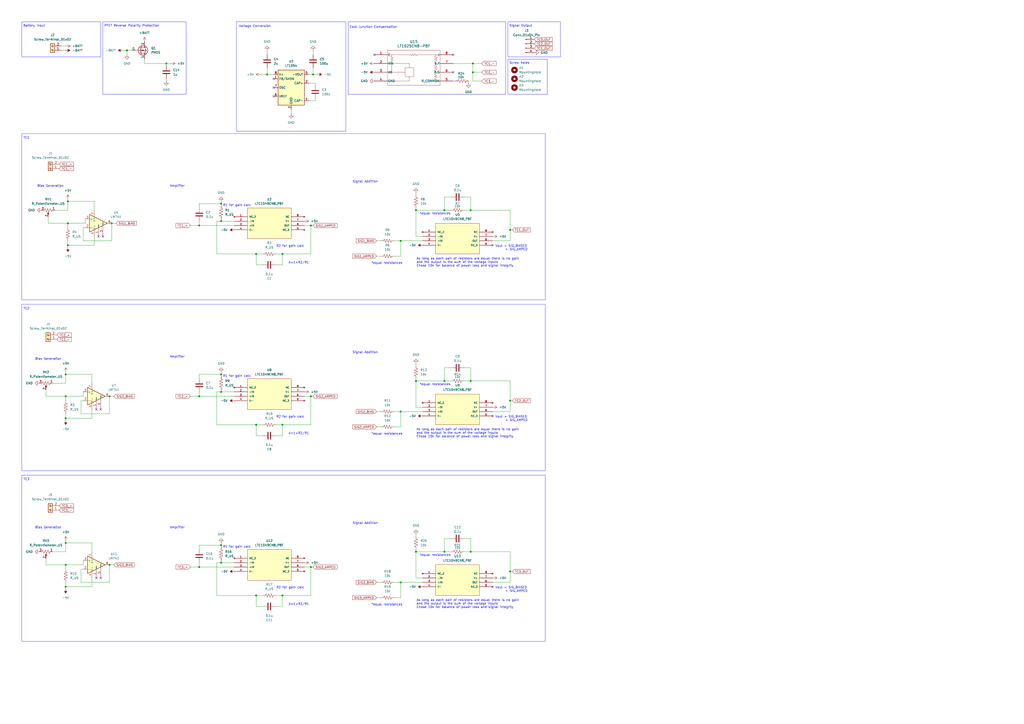
<source format=kicad_sch>
(kicad_sch (version 20231120) (generator "eeschema") (generator_version "8.0")
  (paper "A2")
  (junction (at 274.32 41.91))
  (junction (at 180.34 229.87))
  (junction (at 274.32 36.83))
  (junction (at 273.05 121.92))
  (junction (at 241.3 121.92))
  (junction (at 39.37 116.84))
  (junction (at 232.41 337.82))
  (junction (at 39.37 142.24))
  (junction (at 180.34 130.81))
  (junction (at 273.05 320.04))
  (junction (at 295.91 331.47))
  (junction (at 39.37 129.54))
  (junction (at 257.81 320.04))
  (junction (at 163.83 246.38))
  (junction (at 128.27 217.17))
  (junction (at 38.1 340.36))
  (junction (at 38.1 314.96))
  (junction (at 63.5 327.66))
  (junction (at 241.3 320.04))
  (junction (at 128.27 326.39))
  (junction (at 128.27 118.11))
  (junction (at 115.57 328.93))
  (junction (at 128.27 316.23))
  (junction (at 181.61 43.18))
  (junction (at 148.59 345.44))
  (junction (at 38.1 242.57))
  (junction (at 295.91 133.35))
  (junction (at 73.66 29.21))
  (junction (at 115.57 130.81))
  (junction (at 148.59 147.32))
  (junction (at 38.1 217.17))
  (junction (at 128.27 227.33))
  (junction (at 38.1 327.66))
  (junction (at 96.52 36.83))
  (junction (at 148.59 246.38))
  (junction (at 241.3 220.98))
  (junction (at 115.57 229.87))
  (junction (at 163.83 147.32))
  (junction (at 232.41 238.76))
  (junction (at 154.94 43.18))
  (junction (at 63.5 229.87))
  (junction (at 128.27 128.27))
  (junction (at 295.91 232.41))
  (junction (at 180.34 328.93))
  (junction (at 257.81 220.98))
  (junction (at 232.41 139.7))
  (junction (at 273.05 220.98))
  (junction (at 64.77 129.54))
  (junction (at 257.81 121.92))
  (junction (at 163.83 345.44))
  (junction (at 38.1 229.87))
  (no_connect (at 59.69 137.16))
  (no_connect (at 55.88 237.49))
  (no_connect (at 262.89 31.75))
  (no_connect (at 58.42 237.49))
  (no_connect (at 262.89 41.91))
  (no_connect (at 55.88 335.28))
  (no_connect (at 57.15 137.16))
  (no_connect (at 158.75 55.88))
  (no_connect (at 158.75 50.8))
  (no_connect (at 158.75 45.72))
  (no_connect (at 58.42 335.28))
  (no_connect (at 217.17 31.75))
  (wire (pts (xy 115.57 318.77) (xy 115.57 316.23)))
  (wire (pts (xy 39.37 115.57) (xy 39.37 116.84)))
  (wire (pts (xy 154.94 43.18) (xy 158.75 43.18)))
  (wire (pts (xy 269.24 213.36) (xy 273.05 213.36)))
  (wire (pts (xy 46.99 337.82) (xy 46.99 330.2)))
  (wire (pts (xy 257.81 220.98) (xy 241.3 220.98)))
  (wire (pts (xy 274.32 36.83) (xy 262.89 36.83)))
  (wire (pts (xy 26.67 226.06) (xy 26.67 229.87)))
  (wire (pts (xy 38.1 240.03) (xy 38.1 242.57)))
  (wire (pts (xy 297.18 232.41) (xy 295.91 232.41)))
  (wire (pts (xy 295.91 139.7) (xy 295.91 133.35)))
  (wire (pts (xy 83.82 34.29) (xy 83.82 36.83)))
  (wire (pts (xy 53.34 217.17) (xy 53.34 222.25)))
  (wire (pts (xy 241.3 318.77) (xy 241.3 320.04)))
  (wire (pts (xy 180.34 229.87) (xy 180.34 246.38)))
  (wire (pts (xy 273.05 312.42) (xy 273.05 320.04)))
  (wire (pts (xy 297.18 331.47) (xy 295.91 331.47)))
  (wire (pts (xy 110.49 328.93) (xy 115.57 328.93)))
  (wire (pts (xy 115.57 120.65) (xy 115.57 118.11)))
  (wire (pts (xy 184.15 43.18) (xy 181.61 43.18)))
  (wire (pts (xy 148.59 351.79) (xy 148.59 345.44)))
  (wire (pts (xy 125.73 147.32) (xy 125.73 128.27)))
  (wire (pts (xy 63.5 327.66) (xy 66.04 327.66)))
  (wire (pts (xy 128.27 226.06) (xy 128.27 227.33)))
  (wire (pts (xy 96.52 36.83) (xy 99.06 36.83)))
  (wire (pts (xy 38.1 314.96) (xy 53.34 314.96)))
  (wire (pts (xy 128.27 316.23) (xy 128.27 317.5)))
  (wire (pts (xy 38.1 217.17) (xy 53.34 217.17)))
  (wire (pts (xy 218.44 238.76) (xy 220.98 238.76)))
  (wire (pts (xy 163.83 345.44) (xy 160.02 345.44)))
  (wire (pts (xy 53.34 242.57) (xy 53.34 237.49)))
  (wire (pts (xy 151.13 43.18) (xy 154.94 43.18)))
  (wire (pts (xy 241.3 236.22) (xy 245.11 236.22)))
  (wire (pts (xy 261.62 213.36) (xy 257.81 213.36)))
  (wire (pts (xy 182.88 58.42) (xy 179.07 58.42)))
  (wire (pts (xy 180.34 229.87) (xy 181.61 229.87)))
  (wire (pts (xy 176.53 328.93) (xy 180.34 328.93)))
  (wire (pts (xy 115.57 118.11) (xy 128.27 118.11)))
  (wire (pts (xy 163.83 246.38) (xy 180.34 246.38)))
  (wire (pts (xy 295.91 337.82) (xy 295.91 331.47)))
  (wire (pts (xy 110.49 130.81) (xy 115.57 130.81)))
  (wire (pts (xy 110.49 229.87) (xy 115.57 229.87)))
  (wire (pts (xy 182.88 57.15) (xy 182.88 58.42)))
  (wire (pts (xy 160.02 153.67) (xy 163.83 153.67)))
  (wire (pts (xy 128.27 116.84) (xy 128.27 118.11)))
  (wire (pts (xy 180.34 328.93) (xy 180.34 345.44)))
  (wire (pts (xy 125.73 326.39) (xy 128.27 326.39)))
  (wire (pts (xy 262.89 46.99) (xy 264.16 46.99)))
  (wire (pts (xy 218.44 148.59) (xy 220.98 148.59)))
  (wire (pts (xy 152.4 345.44) (xy 148.59 345.44)))
  (wire (pts (xy 48.26 132.08) (xy 49.53 132.08)))
  (wire (pts (xy 273.05 320.04) (xy 269.24 320.04)))
  (wire (pts (xy 261.62 320.04) (xy 257.81 320.04)))
  (wire (pts (xy 64.77 139.7) (xy 48.26 139.7)))
  (wire (pts (xy 115.57 326.39) (xy 115.57 328.93)))
  (wire (pts (xy 125.73 128.27) (xy 128.27 128.27)))
  (wire (pts (xy 273.05 114.3) (xy 273.05 121.92)))
  (wire (pts (xy 71.12 29.21) (xy 73.66 29.21)))
  (wire (pts (xy 115.57 128.27) (xy 115.57 130.81)))
  (wire (pts (xy 26.67 327.66) (xy 38.1 327.66)))
  (wire (pts (xy 261.62 220.98) (xy 257.81 220.98)))
  (wire (pts (xy 152.4 252.73) (xy 148.59 252.73)))
  (wire (pts (xy 257.81 114.3) (xy 257.81 121.92)))
  (wire (pts (xy 115.57 217.17) (xy 128.27 217.17)))
  (wire (pts (xy 182.88 48.26) (xy 182.88 49.53)))
  (wire (pts (xy 63.5 229.87) (xy 63.5 240.03)))
  (wire (pts (xy 128.27 127) (xy 128.27 128.27)))
  (wire (pts (xy 115.57 219.71) (xy 115.57 217.17)))
  (wire (pts (xy 163.83 147.32) (xy 180.34 147.32)))
  (wire (pts (xy 261.62 121.92) (xy 257.81 121.92)))
  (wire (pts (xy 279.4 46.99) (xy 274.32 46.99)))
  (wire (pts (xy 232.41 346.71) (xy 228.6 346.71)))
  (wire (pts (xy 180.34 130.81) (xy 181.61 130.81)))
  (wire (pts (xy 241.3 111.76) (xy 241.3 113.03)))
  (wire (pts (xy 285.75 139.7) (xy 295.91 139.7)))
  (wire (pts (xy 295.91 232.41) (xy 295.91 220.98)))
  (wire (pts (xy 176.53 229.87) (xy 180.34 229.87)))
  (wire (pts (xy 148.59 246.38) (xy 125.73 246.38)))
  (wire (pts (xy 115.57 229.87) (xy 135.89 229.87)))
  (wire (pts (xy 63.5 229.87) (xy 66.04 229.87)))
  (wire (pts (xy 241.3 121.92) (xy 241.3 137.16)))
  (wire (pts (xy 241.3 219.71) (xy 241.3 220.98)))
  (wire (pts (xy 154.94 29.21) (xy 154.94 31.75)))
  (wire (pts (xy 232.41 139.7) (xy 232.41 148.59)))
  (wire (pts (xy 26.67 323.85) (xy 26.67 327.66)))
  (wire (pts (xy 218.44 139.7) (xy 220.98 139.7)))
  (wire (pts (xy 125.73 227.33) (xy 128.27 227.33)))
  (wire (pts (xy 27.94 129.54) (xy 39.37 129.54)))
  (wire (pts (xy 128.27 217.17) (xy 128.27 218.44)))
  (wire (pts (xy 241.3 210.82) (xy 241.3 212.09)))
  (wire (pts (xy 48.26 325.12) (xy 48.26 327.66)))
  (wire (pts (xy 73.66 29.21) (xy 73.66 31.75)))
  (wire (pts (xy 115.57 130.81) (xy 135.89 130.81)))
  (wire (pts (xy 269.24 312.42) (xy 273.05 312.42)))
  (wire (pts (xy 232.41 139.7) (xy 245.11 139.7)))
  (wire (pts (xy 115.57 328.93) (xy 135.89 328.93)))
  (wire (pts (xy 257.81 312.42) (xy 257.81 320.04)))
  (wire (pts (xy 46.99 232.41) (xy 48.26 232.41)))
  (wire (pts (xy 232.41 247.65) (xy 228.6 247.65)))
  (wire (pts (xy 128.27 325.12) (xy 128.27 326.39)))
  (wire (pts (xy 38.1 242.57) (xy 38.1 243.84)))
  (wire (pts (xy 176.53 130.81) (xy 180.34 130.81)))
  (wire (pts (xy 83.82 36.83) (xy 96.52 36.83)))
  (wire (pts (xy 152.4 246.38) (xy 148.59 246.38)))
  (wire (pts (xy 39.37 116.84) (xy 54.61 116.84)))
  (wire (pts (xy 295.91 220.98) (xy 273.05 220.98)))
  (wire (pts (xy 39.37 129.54) (xy 39.37 132.08)))
  (wire (pts (xy 228.6 238.76) (xy 232.41 238.76)))
  (wire (pts (xy 148.59 153.67) (xy 148.59 147.32)))
  (wire (pts (xy 163.83 246.38) (xy 160.02 246.38)))
  (wire (pts (xy 163.83 351.79) (xy 163.83 345.44)))
  (wire (pts (xy 63.5 337.82) (xy 46.99 337.82)))
  (wire (pts (xy 39.37 142.24) (xy 39.37 143.51)))
  (wire (pts (xy 148.59 147.32) (xy 125.73 147.32)))
  (wire (pts (xy 257.81 320.04) (xy 241.3 320.04)))
  (wire (pts (xy 38.1 340.36) (xy 38.1 341.63)))
  (wire (pts (xy 46.99 240.03) (xy 46.99 232.41)))
  (wire (pts (xy 271.78 46.99) (xy 271.78 48.26)))
  (wire (pts (xy 257.81 121.92) (xy 241.3 121.92)))
  (wire (pts (xy 35.56 29.21) (xy 38.1 29.21)))
  (wire (pts (xy 53.34 340.36) (xy 53.34 335.28)))
  (wire (pts (xy 96.52 36.83) (xy 96.52 38.1)))
  (wire (pts (xy 39.37 129.54) (xy 49.53 129.54)))
  (wire (pts (xy 38.1 222.25) (xy 38.1 217.17)))
  (wire (pts (xy 285.75 337.82) (xy 295.91 337.82)))
  (wire (pts (xy 241.3 120.65) (xy 241.3 121.92)))
  (wire (pts (xy 228.6 337.82) (xy 232.41 337.82)))
  (wire (pts (xy 115.57 316.23) (xy 128.27 316.23)))
  (wire (pts (xy 297.18 133.35) (xy 295.91 133.35)))
  (wire (pts (xy 128.27 215.9) (xy 128.27 217.17)))
  (wire (pts (xy 279.4 36.83) (xy 274.32 36.83)))
  (wire (pts (xy 163.83 252.73) (xy 163.83 246.38)))
  (wire (pts (xy 38.1 242.57) (xy 53.34 242.57)))
  (wire (pts (xy 27.94 125.73) (xy 27.94 129.54)))
  (wire (pts (xy 128.27 326.39) (xy 135.89 326.39)))
  (wire (pts (xy 261.62 114.3) (xy 257.81 114.3)))
  (wire (pts (xy 218.44 247.65) (xy 220.98 247.65)))
  (wire (pts (xy 295.91 320.04) (xy 273.05 320.04)))
  (wire (pts (xy 125.73 345.44) (xy 125.73 326.39)))
  (wire (pts (xy 115.57 227.33) (xy 115.57 229.87)))
  (wire (pts (xy 181.61 39.37) (xy 181.61 43.18)))
  (wire (pts (xy 148.59 252.73) (xy 148.59 246.38)))
  (wire (pts (xy 96.52 45.72) (xy 96.52 46.99)))
  (wire (pts (xy 152.4 351.79) (xy 148.59 351.79)))
  (wire (pts (xy 160.02 351.79) (xy 163.83 351.79)))
  (wire (pts (xy 163.83 345.44) (xy 180.34 345.44)))
  (wire (pts (xy 232.41 337.82) (xy 232.41 346.71)))
  (wire (pts (xy 232.41 337.82) (xy 245.11 337.82)))
  (wire (pts (xy 39.37 142.24) (xy 54.61 142.24)))
  (wire (pts (xy 179.07 48.26) (xy 182.88 48.26)))
  (wire (pts (xy 152.4 147.32) (xy 148.59 147.32)))
  (wire (pts (xy 180.34 130.81) (xy 180.34 147.32)))
  (wire (pts (xy 295.91 238.76) (xy 295.91 232.41)))
  (wire (pts (xy 35.56 26.67) (xy 38.1 26.67)))
  (wire (pts (xy 128.27 314.96) (xy 128.27 316.23)))
  (wire (pts (xy 38.1 337.82) (xy 38.1 340.36)))
  (wire (pts (xy 181.61 29.21) (xy 181.61 31.75)))
  (wire (pts (xy 228.6 139.7) (xy 232.41 139.7)))
  (wire (pts (xy 257.81 213.36) (xy 257.81 220.98)))
  (wire (pts (xy 63.5 327.66) (xy 63.5 337.82)))
  (wire (pts (xy 168.91 63.5) (xy 168.91 66.04)))
  (wire (pts (xy 38.1 327.66) (xy 38.1 330.2)))
  (wire (pts (xy 285.75 238.76) (xy 295.91 238.76)))
  (wire (pts (xy 48.26 139.7) (xy 48.26 132.08)))
  (wire (pts (xy 148.59 345.44) (xy 125.73 345.44)))
  (wire (pts (xy 163.83 153.67) (xy 163.83 147.32)))
  (wire (pts (xy 128.27 227.33) (xy 135.89 227.33)))
  (wire (pts (xy 38.1 327.66) (xy 48.26 327.66)))
  (wire (pts (xy 241.3 137.16) (xy 245.11 137.16)))
  (wire (pts (xy 64.77 129.54) (xy 67.31 129.54)))
  (wire (pts (xy 218.44 337.82) (xy 220.98 337.82)))
  (wire (pts (xy 53.34 314.96) (xy 53.34 320.04)))
  (wire (pts (xy 54.61 142.24) (xy 54.61 137.16)))
  (wire (pts (xy 38.1 215.9) (xy 38.1 217.17)))
  (wire (pts (xy 31.75 121.92) (xy 39.37 121.92)))
  (wire (pts (xy 154.94 39.37) (xy 154.94 43.18)))
  (wire (pts (xy 38.1 313.69) (xy 38.1 314.96)))
  (wire (pts (xy 163.83 147.32) (xy 160.02 147.32)))
  (wire (pts (xy 241.3 335.28) (xy 245.11 335.28)))
  (wire (pts (xy 269.24 114.3) (xy 273.05 114.3)))
  (wire (pts (xy 38.1 340.36) (xy 53.34 340.36)))
  (wire (pts (xy 273.05 121.92) (xy 269.24 121.92)))
  (wire (pts (xy 38.1 229.87) (xy 38.1 232.41)))
  (wire (pts (xy 160.02 252.73) (xy 163.83 252.73)))
  (wire (pts (xy 241.3 220.98) (xy 241.3 236.22)))
  (wire (pts (xy 295.91 121.92) (xy 273.05 121.92)))
  (wire (pts (xy 54.61 116.84) (xy 54.61 121.92)))
  (wire (pts (xy 274.32 41.91) (xy 279.4 41.91)))
  (wire (pts (xy 241.3 309.88) (xy 241.3 311.15)))
  (wire (pts (xy 39.37 139.7) (xy 39.37 142.24)))
  (wire (pts (xy 46.99 330.2) (xy 48.26 330.2)))
  (wire (pts (xy 232.41 238.76) (xy 245.11 238.76)))
  (wire (pts (xy 125.73 246.38) (xy 125.73 227.33)))
  (wire (pts (xy 274.32 36.83) (xy 274.32 41.91)))
  (wire (pts (xy 49.53 127) (xy 49.53 129.54)))
  (wire (pts (xy 128.27 118.11) (xy 128.27 119.38)))
  (wire (pts (xy 274.32 46.99) (xy 274.32 41.91)))
  (wire (pts (xy 128.27 128.27) (xy 135.89 128.27)))
  (wire (pts (xy 63.5 240.03) (xy 46.99 240.03)))
  (wire (pts (xy 39.37 121.92) (xy 39.37 116.84)))
  (wire (pts (xy 295.91 331.47) (xy 295.91 320.04)))
  (wire (pts (xy 180.34 328.93) (xy 181.61 328.93)))
  (wire (pts (xy 30.48 222.25) (xy 38.1 222.25)))
  (wire (pts (xy 232.41 148.59) (xy 228.6 148.59)))
  (wire (pts (xy 30.48 320.04) (xy 38.1 320.04)))
  (wire (pts (xy 295.91 133.35) (xy 295.91 121.92)))
  (wire (pts (xy 218.44 346.71) (xy 220.98 346.71)))
  (wire (pts (xy 48.26 227.33) (xy 48.26 229.87)))
  (wire (pts (xy 181.61 43.18) (xy 179.07 43.18)))
  (wire (pts (xy 261.62 312.42) (xy 257.81 312.42)))
  (wire (pts (xy 73.66 29.21) (xy 76.2 29.21)))
  (wire (pts (xy 64.77 129.54) (xy 64.77 139.7)))
  (wire (pts (xy 26.67 229.87) (xy 38.1 229.87)))
  (wire (pts (xy 232.41 238.76) (xy 232.41 247.65)))
  (wire (pts (xy 273.05 220.98) (xy 269.24 220.98)))
  (wire (pts (xy 38.1 320.04) (xy 38.1 314.96)))
  (wire (pts (xy 273.05 213.36) (xy 273.05 220.98)))
  (wire (pts (xy 152.4 153.67) (xy 148.59 153.67)))
  (wire (pts (xy 241.3 320.04) (xy 241.3 335.28)))
  (wire (pts (xy 38.1 229.87) (xy 48.26 229.87)))
  (rectangle (start 201.93 12.7) (end 293.37 54.61) (stroke (width 0) (color 0 0 255 1)))
  (rectangle (start 12.7 12.7) (end 58.42 33.02) (stroke (width 0) (color 0 0 255 1)))
  (rectangle (start 294.64 12.7) (end 325.12 33.02) (stroke (width 0) (color 0 0 255 1)))
  (rectangle (start 12.7 275.59) (end 316.23 372.11) (stroke (width 0) (color 0 0 255 1)))
  (rectangle (start 294.64 34.29) (end 317.5 54.61) (stroke (width 0) (color 0 0 255 1)))
  (rectangle (start 59.69 12.7) (end 107.95 54.61) (stroke (width 0) (color 0 0 255 1)))
  (rectangle (start 137.16 12.7) (end 200.66 76.2) (stroke (width 0) (color 0 0 255 1)))
  (rectangle (start 12.7 77.47) (end 316.23 173.99) (stroke (width 0) (color 0 0 255 1)))
  (rectangle (start 12.7 176.53) (end 316.23 273.05) (stroke (width 0) (color 0 0 255 1)))
  (text "A=1+R2/R1" (at 167.386 350.52 0) (effects (font (size 1.27 1.27)) (justify left)))
  (text "R1 for gain calc" (at 129.286 317.246 0) (effects (font (size 1.27 1.27)) (justify left)))
  (text "*equal resistances" (at 243.332 123.952 0) (effects (font (size 1.27 1.27)) (justify left)))
  (text "*equal resistances" (at 215.392 152.654 0) (effects (font (size 1.27 1.27)) (justify left)))
  (text "*equal resistances" (at 215.392 251.714 0) (effects (font (size 1.27 1.27)) (justify left)))
  (text "A=1+R2/R1" (at 167.386 251.46 0) (effects (font (size 1.27 1.27)) (justify left)))
  (text "As long as each pair of resistors are equal there is no gain \nand the output is the sum of the voltage inputs\nChose 10k for balance of power loss and signal integrity" (at 241.554 350.266 0) (effects (font (size 1.27 1.27)) (justify left)))
  (text "Vout = SIG_BIASED \n      + SIG_AMPED" (at 287.274 242.824 0) (effects (font (size 1.27 1.27)) (justify left)))
  (text "*equal resistances" (at 243.332 223.012 0) (effects (font (size 1.27 1.27)) (justify left)))
  (text "Voltage Conversion" (at 147.828 15.24 0) (effects (font (size 1.27 1.27))))
  (text "A=1+R2/R1" (at 167.386 152.4 0) (effects (font (size 1.27 1.27)) (justify left)))
  (text "R2 for gain calc" (at 160.274 340.868 0) (effects (font (size 1.27 1.27)) (justify left)))
  (text "Bias Generation" (at 20.32 306.07 0) (effects (font (size 1.27 1.27)) (justify left)))
  (text "Vout = SIG_BIASED \n      + SIG_AMPED" (at 287.274 341.884 0) (effects (font (size 1.27 1.27)) (justify left)))
  (text "As long as each pair of resistors are equal there is no gain \nand the output is the sum of the voltage inputs\nChose 10k for balance of power loss and signal integrity" (at 241.554 152.146 0) (effects (font (size 1.27 1.27)) (justify left)))
  (text "Vout = SIG_BIASED \n      + SIG_AMPED" (at 287.274 143.764 0) (effects (font (size 1.27 1.27)) (justify left)))
  (text "Battery Input" (at 13.462 14.986 0) (effects (font (size 1.27 1.27)) (justify left)))
  (text "Signal Output" (at 295.402 14.986 0) (effects (font (size 1.27 1.27)) (justify left)))
  (text "Cold Junction Compensation" (at 202.692 15.748 0) (effects (font (size 1.27 1.27)) (justify left)))
  (text "Bias Generation" (at 20.32 208.28 0) (effects (font (size 1.27 1.27)) (justify left)))
  (text "*equal resistances" (at 215.392 350.774 0) (effects (font (size 1.27 1.27)) (justify left)))
  (text "PFET Reverse Polarity Protection" (at 60.452 14.986 0) (effects (font (size 1.27 1.27)) (justify left)))
  (text "TC3" (at 13.462 278.13 0) (effects (font (size 1.27 1.27)) (justify left)))
  (text "Amplifier" (at 98.552 107.95 0) (effects (font (size 1.27 1.27)) (justify left)))
  (text "TC1" (at 13.462 80.01 0) (effects (font (size 1.27 1.27)) (justify left)))
  (text "Screw holes" (at 295.402 36.576 0) (effects (font (size 1.27 1.27)) (justify left)))
  (text "As long as each pair of resistors are equal there is no gain \nand the output is the sum of the voltage inputs\nChose 10k for balance of power loss and signal integrity" (at 241.554 251.206 0) (effects (font (size 1.27 1.27)) (justify left)))
  (text "Signal Addition" (at 204.47 204.47 0) (effects (font (size 1.27 1.27)) (justify left)))
  (text "Bias Generation" (at 21.59 107.95 0) (effects (font (size 1.27 1.27)) (justify left)))
  (text "Amplifier" (at 98.552 306.07 0) (effects (font (size 1.27 1.27)) (justify left)))
  (text "*equal resistances" (at 243.332 322.072 0) (effects (font (size 1.27 1.27)) (justify left)))
  (text "Amplifier" (at 98.552 207.01 0) (effects (font (size 1.27 1.27)) (justify left)))
  (text "R1 for gain calc" (at 129.286 119.126 0) (effects (font (size 1.27 1.27)) (justify left)))
  (text "TC2" (at 13.462 179.07 0) (effects (font (size 1.27 1.27)) (justify left)))
  (text "R2 for gain calc" (at 160.274 142.748 0) (effects (font (size 1.27 1.27)) (justify left)))
  (text "R2 for gain calc" (at 160.274 241.808 0) (effects (font (size 1.27 1.27)) (justify left)))
  (text "R1 for gain calc" (at 129.286 218.186 0) (effects (font (size 1.27 1.27)) (justify left)))
  (text "Signal Addition" (at 204.47 105.41 0) (effects (font (size 1.27 1.27)) (justify left)))
  (text "Signal Addition" (at 204.47 303.53 0) (effects (font (size 1.27 1.27)) (justify left)))
  (global_label "SIG2_AMPED" (shape input) (at 181.61 229.87 0) (property "Intersheetrefs" "${INTERSHEET_REFS}" (effects (hide yes))))
  (global_label "TC3_+" (shape input) (at 110.49 328.93 180) (property "Intersheetrefs" "${INTERSHEET_REFS}" (effects (hide yes))))
  (global_label "SIG3_AMPED" (shape input) (at 218.44 346.71 180) (property "Intersheetrefs" "${INTERSHEET_REFS}" (effects (hide yes))))
  (global_label "TC2_-" (shape input) (at 279.4 41.91 0) (property "Intersheetrefs" "${INTERSHEET_REFS}" (effects (hide yes))))
  (global_label "SIG3_AMPED" (shape input) (at 181.61 328.93 0) (property "Intersheetrefs" "${INTERSHEET_REFS}" (effects (hide yes))))
  (global_label "TC1_-" (shape input) (at 279.4 36.83 0) (property "Intersheetrefs" "${INTERSHEET_REFS}" (effects (hide yes))))
  (global_label "SIG3_BIAS" (shape input) (at 66.04 327.66 0) (property "Intersheetrefs" "${INTERSHEET_REFS}" (effects (hide yes))))
  (global_label "SIG2_AMPED" (shape input) (at 218.44 247.65 180) (property "Intersheetrefs" "${INTERSHEET_REFS}" (effects (hide yes))))
  (global_label "TC2_+" (shape input) (at 33.02 194.31 0) (property "Intersheetrefs" "${INTERSHEET_REFS}" (effects (hide yes))))
  (global_label "TC3_+" (shape input) (at 34.29 293.37 0) (property "Intersheetrefs" "${INTERSHEET_REFS}" (effects (hide yes))))
  (global_label "TC1_-" (shape input) (at 34.29 97.79 0) (property "Intersheetrefs" "${INTERSHEET_REFS}" (effects (hide yes))))
  (global_label "TC2_-" (shape input) (at 33.02 196.85 0) (property "Intersheetrefs" "${INTERSHEET_REFS}" (effects (hide yes))))
  (global_label "TC1_+" (shape input) (at 110.49 130.81 180) (property "Intersheetrefs" "${INTERSHEET_REFS}" (effects (hide yes))))
  (global_label "SIG1_AMPED" (shape input) (at 181.61 130.81 0) (property "Intersheetrefs" "${INTERSHEET_REFS}" (effects (hide yes))))
  (global_label "SIG1_BIAS" (shape input) (at 218.44 139.7 180) (property "Intersheetrefs" "${INTERSHEET_REFS}" (effects (hide yes))))
  (global_label "SIG1_AMPED" (shape input) (at 218.44 148.59 180) (property "Intersheetrefs" "${INTERSHEET_REFS}" (effects (hide yes))))
  (global_label "TC1_OUT" (shape input) (at 309.88 27.94 0) (property "Intersheetrefs" "${INTERSHEET_REFS}" (effects (hide yes))))
  (global_label "TC2_+" (shape input) (at 110.49 229.87 180) (property "Intersheetrefs" "${INTERSHEET_REFS}" (effects (hide yes))))
  (global_label "SIG1_BIAS" (shape input) (at 67.31 129.54 0) (property "Intersheetrefs" "${INTERSHEET_REFS}" (effects (hide yes))))
  (global_label "SIG3_BIAS" (shape input) (at 218.44 337.82 180) (property "Intersheetrefs" "${INTERSHEET_REFS}" (effects (hide yes))))
  (global_label "TC2_OUT" (shape input) (at 297.18 232.41 0) (property "Intersheetrefs" "${INTERSHEET_REFS}" (effects (hide yes))))
  (global_label "SIG2_BIAS" (shape input) (at 66.04 229.87 0) (property "Intersheetrefs" "${INTERSHEET_REFS}" (effects (hide yes))))
  (global_label "TC3_OUT" (shape input) (at 309.88 22.86 0) (property "Intersheetrefs" "${INTERSHEET_REFS}" (effects (hide yes))))
  (global_label "TC3_-" (shape input) (at 34.29 295.91 0) (property "Intersheetrefs" "${INTERSHEET_REFS}" (effects (hide yes))))
  (global_label "TC3_-" (shape input) (at 279.4 46.99 0) (property "Intersheetrefs" "${INTERSHEET_REFS}" (effects (hide yes))))
  (global_label "TC2_OUT" (shape input) (at 309.88 25.4 0) (property "Intersheetrefs" "${INTERSHEET_REFS}" (effects (hide yes))))
  (global_label "TC1_+" (shape input) (at 34.29 95.25 0) (property "Intersheetrefs" "${INTERSHEET_REFS}" (effects (hide yes))))
  (global_label "TC1_OUT" (shape input) (at 297.18 133.35 0) (property "Intersheetrefs" "${INTERSHEET_REFS}" (effects (hide yes))))
  (global_label "SIG2_BIAS" (shape input) (at 218.44 238.76 180) (property "Intersheetrefs" "${INTERSHEET_REFS}" (effects (hide yes))))
  (global_label "TC3_OUT" (shape input) (at 297.18 331.47 0) (property "Intersheetrefs" "${INTERSHEET_REFS}" (effects (hide yes))))
  (symbol (lib_id "power:GND") (at 128.27 116.84 180) (unit 1)
    (property "Reference" "#PWR09" (effects (hide yes)))
    (property "Value" "GND" (at 128.27 111.76 0))
    (property "Description" "Power symbol creates a global label with name \"GND\" , ground" (effects (hide yes)))
  )
  (symbol (lib_id "Device:R_US") (at 224.79 337.82 90) (unit 1)
    (property "Reference" "R18" (at 224.79 331.47 90))
    (property "Value" "10k" (at 224.79 334.01 90))
    (property "Footprint" "Resistor_THT:R_Axial_DIN0207_L6.3mm_D2.5mm_P10.16mm_Horizontal" (effects (hide yes)))
    (property "Description" "Resistor, US symbol" (effects (hide yes)))
  )
  (symbol (lib_id "Device:C") (at 181.61 35.56 0) (unit 1)
    (property "Reference" "C5" (at 185.42 34.2899 0) (effects (justify left)))
    (property "Value" "100u" (at 185.42 36.8299 0) (effects (justify left)))
    (property "Footprint" "Capacitor_THT:C_Radial_D5.0mm_H5.0mm_P2.00mm" (effects (hide yes)))
    (property "Description" "Unpolarized capacitor" (effects (hide yes)))
  )
  (symbol (lib_id "Device:C") (at 115.57 223.52 0) (unit 1)
    (property "Reference" "C7" (at 119.38 222.2499 0) (effects (justify left)))
    (property "Value" "0.1u" (at 119.38 224.7899 0) (effects (justify left)))
    (property "Footprint" "Capacitor_THT:C_Radial_D5.0mm_H5.0mm_P2.00mm" (effects (hide yes)))
    (property "Description" "Unpolarized capacitor" (effects (hide yes)))
  )
  (symbol (lib_id "power:-5V") (at 245.11 340.36 90) (unit 1)
    (property "Reference" "#PWR050" (effects (hide yes)))
    (property "Value" "-5V" (at 241.3 340.3599 90) (effects (justify left)))
    (property "Description" "Power symbol creates a global label with name \"-5V\"" (effects (hide yes)))
  )
  (symbol (lib_id "power:+5V") (at 285.75 335.28 270) (unit 1)
    (property "Reference" "#PWR051" (effects (hide yes)))
    (property "Value" "+5V" (at 289.56 335.2799 90) (effects (justify left)))
    (property "Description" "Power symbol creates a global label with name \"+5V\"" (effects (hide yes)))
  )
  (symbol (lib_id "Mechanical:MountingHole") (at 298.45 45.72 0) (unit 1) (exclude_from_sim yes) (in_bom no)
    (property "Reference" "H2" (at 300.99 44.4499 0) (effects (justify left)))
    (property "Value" "MountingHole" (at 300.99 46.9899 0) (effects (justify left)))
    (property "Footprint" "MountingHole:MountingHole_3.2mm_M3_DIN965" (effects (hide yes)))
    (property "Description" "Mounting Hole without connection" (effects (hide yes)))
  )
  (symbol (lib_id "Device:C") (at 96.52 41.91 0) (unit 1)
    (property "Reference" "C14" (at 100.33 40.6399 0) (effects (justify left)))
    (property "Value" "1u" (at 100.33 43.1799 0) (effects (justify left)))
    (property "Footprint" "Capacitor_THT:C_Radial_D5.0mm_H5.0mm_P2.00mm" (effects (hide yes)))
    (property "Description" "Unpolarized capacitor" (effects (hide yes)))
  )
  (symbol (lib_id "Connector:Screw_Terminal_01x02") (at 30.48 29.21 180) (unit 1)
    (property "Reference" "J2" (at 30.48 20.32 0))
    (property "Value" "Screw_Terminal_01x02" (at 30.48 22.86 0))
    (property "Footprint" "TerminalBlock:TerminalBlock_bornier-2_P5.08mm" (effects (hide yes)))
    (property "Description" "Generic screw terminal, single row, 01x02, script generated (kicad-library-utils/schlib/autogen/connector/)" (effects (hide yes)))
  )
  (symbol (lib_id "Simulation_SPICE:PMOS") (at 81.28 29.21 0) (unit 1)
    (property "Reference" "Q1" (at 87.63 27.9399 0) (effects (justify left)))
    (property "Value" "PMOS" (at 87.63 30.4799 0) (effects (justify left)))
    (property "Footprint" "Footprints:PFET_VERT" (effects (hide yes)))
    (property "Datasheet" "https://ngspice.sourceforge.io/docs/ngspice-html-manual/manual.xhtml#cha_MOSFETs" (effects (hide yes)))
    (property "Description" "P-MOSFET transistor, drain/source/gate" (effects (hide yes)))
    (property "Sim.Device" "PMOS" (effects (hide yes)))
    (property "Sim.Type" "VDMOS" (effects (hide yes)))
    (property "Sim.Pins" "1=D 2=G 3=S" (effects (hide yes)))
  )
  (symbol (lib_id "power:-5V") (at 38.1 243.84 180) (unit 1)
    (property "Reference" "#PWR031" (effects (hide yes)))
    (property "Value" "-5V" (at 38.1 248.92 0))
    (property "Description" "Power symbol creates a global label with name \"-5V\"" (effects (hide yes)))
  )
  (symbol (lib_id "Device:C") (at 156.21 153.67 90) (unit 1)
    (property "Reference" "C1" (at 156.21 161.544 90))
    (property "Value" "0.1u" (at 156.21 159.004 90))
    (property "Footprint" "Capacitor_THT:C_Radial_D5.0mm_H5.0mm_P2.00mm" (effects (hide yes)))
    (property "Description" "Unpolarized capacitor" (effects (hide yes)))
  )
  (symbol (lib_id "power:+5V") (at 38.1 215.9 0) (unit 1)
    (property "Reference" "#PWR030" (effects (hide yes)))
    (property "Value" "+5V" (at 38.1 210.82 0))
    (property "Description" "Power symbol creates a global label with name \"+5V\"" (effects (hide yes)))
  )
  (symbol (lib_id "Device:R_US") (at 128.27 123.19 0) (unit 1)
    (property "Reference" "R1" (at 130.556 121.92 0) (effects (justify left)))
    (property "Value" "R_US" (at 130.556 124.46 0) (effects (justify left)))
    (property "Footprint" "Resistor_THT:R_Axial_DIN0207_L6.3mm_D2.5mm_P10.16mm_Horizontal" (effects (hide yes)))
    (property "Description" "Resistor, US symbol" (effects (hide yes)))
  )
  (symbol (lib_id "Device:R_US") (at 241.3 215.9 180) (unit 1)
    (property "Reference" "R13" (at 243.84 214.6299 0) (effects (justify right)))
    (property "Value" "10k" (at 243.84 217.1699 0) (effects (justify right)))
    (property "Footprint" "Resistor_THT:R_Axial_DIN0207_L6.3mm_D2.5mm_P10.16mm_Horizontal" (effects (hide yes)))
    (property "Description" "Resistor, US symbol" (effects (hide yes)))
  )
  (symbol (lib_id "Device:R_US") (at 267.97 46.99 90) (unit 1)
    (property "Reference" "R24" (at 269.494 42.672 90) (effects (justify left)))
    (property "Value" "10k" (at 269.24 44.704 90) (effects (justify left)))
    (property "Footprint" "Resistor_THT:R_Axial_DIN0207_L6.3mm_D2.5mm_P10.16mm_Horizontal" (effects (hide yes)))
    (property "Description" "Resistor, US symbol" (effects (hide yes)))
  )
  (symbol (lib_id "power:-5V") (at 217.17 41.91 90) (unit 1)
    (property "Reference" "#PWR055" (effects (hide yes)))
    (property "Value" "-5V" (at 213.36 41.9099 90) (effects (justify left)))
    (property "Description" "Power symbol creates a global label with name \"-5V\"" (effects (hide yes)))
  )
  (symbol (lib_id "power:-5V") (at 245.11 241.3 90) (unit 1)
    (property "Reference" "#PWR037" (effects (hide yes)))
    (property "Value" "-5V" (at 241.3 241.2999 90) (effects (justify left)))
    (property "Description" "Power symbol creates a global label with name \"-5V\"" (effects (hide yes)))
  )
  (symbol (lib_id "power:GND") (at 154.94 29.21 180) (unit 1)
    (property "Reference" "#PWR013" (effects (hide yes)))
    (property "Value" "GND" (at 154.94 24.13 0))
    (property "Description" "Power symbol creates a global label with name \"GND\" , ground" (effects (hide yes)))
  )
  (symbol (lib_id "power:-BATT") (at 38.1 29.21 270) (unit 1)
    (property "Reference" "#PWR020" (effects (hide yes)))
    (property "Value" "-BATT" (at 41.91 29.2099 90) (effects (justify left)))
    (property "Description" "Power symbol creates a global label with name \"-BATT\"" (effects (hide yes)))
  )
  (symbol (lib_id "Device:C") (at 156.21 351.79 90) (unit 1)
    (property "Reference" "C11" (at 156.21 359.664 90))
    (property "Value" "0.1u" (at 156.21 357.124 90))
    (property "Footprint" "Capacitor_THT:C_Radial_D5.0mm_H5.0mm_P2.00mm" (effects (hide yes)))
    (property "Description" "Unpolarized capacitor" (effects (hide yes)))
  )
  (symbol (lib_id "Device:R_US") (at 224.79 247.65 90) (unit 1)
    (property "Reference" "R12" (at 224.79 241.3 90))
    (property "Value" "10k" (at 224.79 243.84 90))
    (property "Footprint" "Resistor_THT:R_Axial_DIN0207_L6.3mm_D2.5mm_P10.16mm_Horizontal" (effects (hide yes)))
    (property "Description" "Resistor, US symbol" (effects (hide yes)))
  )
  (symbol (lib_id "power:+5V") (at 285.75 236.22 270) (unit 1)
    (property "Reference" "#PWR038" (effects (hide yes)))
    (property "Value" "+5V" (at 289.56 236.2199 90) (effects (justify left)))
    (property "Description" "Power symbol creates a global label with name \"+5V\"" (effects (hide yes)))
  )
  (symbol (lib_id "power:GND") (at 96.52 46.99 0) (unit 1)
    (property "Reference" "#PWR02" (effects (hide yes)))
    (property "Value" "GND" (at 96.52 52.07 0))
    (property "Description" "Power symbol creates a global label with name \"GND\" , ground" (effects (hide yes)))
  )
  (symbol (lib_id "power:GND") (at 168.91 66.04 0) (unit 1)
    (property "Reference" "#PWR015" (effects (hide yes)))
    (property "Value" "GND" (at 168.91 71.12 0))
    (property "Description" "Power symbol creates a global label with name \"GND\" , ground" (effects (hide yes)))
  )
  (symbol (lib_id "Regulator_SwitchedCapacitor:LT1054") (at 168.91 50.8 0) (unit 1)
    (property "Reference" "U3" (at 168.91 35.56 0))
    (property "Value" "LT1054" (at 168.91 38.1 0))
    (property "Footprint" "Footprints:DIP794W45P254L959H508Q8" (effects (hide yes)))
    (property "Datasheet" "https://www.analog.com/media/en/technical-documentation/data-sheets/1054lfh.pdf" (effects (hide yes)))
    (property "Description" "Switched-Capacitor Voltage Converter with Regulator, output current 100mA, operating range 3.5V to 15V, low loss 1.1V at 100mA, DIP-8/SO-8" (effects (hide yes)))
  )
  (symbol (lib_id "power:GND") (at 73.66 31.75 0) (unit 1)
    (property "Reference" "#PWR023" (effects (hide yes)))
    (property "Value" "GND" (at 73.66 36.83 0))
    (property "Description" "Power symbol creates a global label with name \"GND\" , ground" (effects (hide yes)))
  )
  (symbol (lib_id "power:+5V") (at 285.75 137.16 270) (unit 1)
    (property "Reference" "#PWR017" (effects (hide yes)))
    (property "Value" "+5V" (at 289.56 137.1599 90) (effects (justify left)))
    (property "Description" "Power symbol creates a global label with name \"+5V\"" (effects (hide yes)))
  )
  (symbol (lib_id "power:GND") (at 217.17 46.99 270) (unit 1)
    (property "Reference" "#PWR056" (effects (hide yes)))
    (property "Value" "GND" (at 213.36 46.9899 90) (effects (justify right)))
    (property "Description" "Power symbol creates a global label with name \"GND\" , ground" (effects (hide yes)))
  )
  (symbol (lib_id "power:-5V") (at 135.89 133.35 90) (unit 1)
    (property "Reference" "#PWR07" (effects (hide yes)))
    (property "Value" "-5V" (at 132.08 133.3499 90) (effects (justify left)))
    (property "Description" "Power symbol creates a global label with name \"-5V\"" (effects (hide yes)))
  )
  (symbol (lib_id "power:-5V") (at 135.89 232.41 90) (unit 1)
    (property "Reference" "#PWR034" (effects (hide yes)))
    (property "Value" "-5V" (at 132.08 232.4099 90) (effects (justify left)))
    (property "Description" "Power symbol creates a global label with name \"-5V\"" (effects (hide yes)))
  )
  (symbol (lib_id "power:+BATT") (at 38.1 26.67 270) (unit 1)
    (property "Reference" "#PWR019" (effects (hide yes)))
    (property "Value" "+BATT" (at 41.91 26.6699 90) (effects (justify left)))
    (property "Description" "Power symbol creates a global label with name \"+BATT\"" (effects (hide yes)))
  )
  (symbol (lib_id "power:GND") (at 271.78 48.26 0) (unit 1)
    (property "Reference" "#PWR01" (effects (hide yes)))
    (property "Value" "GND" (at 271.78 53.34 0))
    (property "Description" "Power symbol creates a global label with name \"GND\" , ground" (effects (hide yes)))
  )
  (symbol (lib_id "power:-5V") (at 135.89 331.47 90) (unit 1)
    (property "Reference" "#PWR047" (effects (hide yes)))
    (property "Value" "-5V" (at 132.08 331.4699 90) (effects (justify left)))
    (property "Description" "Power symbol creates a global label with name \"-5V\"" (effects (hide yes)))
  )
  (symbol (lib_id "Connector:Screw_Terminal_01x02") (at 27.94 196.85 180) (unit 1)
    (property "Reference" "J4" (at 27.94 187.96 0))
    (property "Value" "Screw_Terminal_01x02" (at 27.94 190.5 0))
    (property "Footprint" "Footprints:TC_SOCKET" (effects (hide yes)))
    (property "Description" "Generic screw terminal, single row, 01x02, script generated (kicad-library-utils/schlib/autogen/connector/)" (effects (hide yes)))
  )
  (symbol (lib_id "Device:R_US") (at 224.79 346.71 90) (unit 1)
    (property "Reference" "R19" (at 224.79 340.36 90))
    (property "Value" "10k" (at 224.79 342.9 90))
    (property "Footprint" "Resistor_THT:R_Axial_DIN0207_L6.3mm_D2.5mm_P10.16mm_Horizontal" (effects (hide yes)))
    (property "Description" "Resistor, US symbol" (effects (hide yes)))
  )
  (symbol (lib_id "Device:R_US") (at 128.27 222.25 0) (unit 1)
    (property "Reference" "R9" (at 130.556 220.98 0) (effects (justify left)))
    (property "Value" "R_US" (at 130.556 223.52 0) (effects (justify left)))
    (property "Footprint" "Resistor_THT:R_Axial_DIN0207_L6.3mm_D2.5mm_P10.16mm_Horizontal" (effects (hide yes)))
    (property "Description" "Resistor, US symbol" (effects (hide yes)))
  )
  (symbol (lib_id "Device:R_US") (at 265.43 121.92 90) (unit 1)
    (property "Reference" "R7" (at 265.43 118.11 90))
    (property "Value" "10k" (at 265.43 119.634 90))
    (property "Footprint" "Resistor_THT:R_Axial_DIN0207_L6.3mm_D2.5mm_P10.16mm_Horizontal" (effects (hide yes)))
    (property "Description" "Resistor, US symbol" (effects (hide yes)))
  )
  (symbol (lib_id "Device:C") (at 115.57 322.58 0) (unit 1)
    (property "Reference" "C10" (at 119.38 321.3099 0) (effects (justify left)))
    (property "Value" "0.1u" (at 119.38 323.8499 0) (effects (justify left)))
    (property "Footprint" "Capacitor_THT:C_Radial_D5.0mm_H5.0mm_P2.00mm" (effects (hide yes)))
    (property "Description" "Unpolarized capacitor" (effects (hide yes)))
  )
  (symbol (lib_id "power:+5V") (at 151.13 43.18 90) (unit 1)
    (property "Reference" "#PWR03" (effects (hide yes)))
    (property "Value" "+5V" (at 147.32 43.1799 90) (effects (justify left)))
    (property "Description" "Power symbol creates a global label with name \"+5V\"" (effects (hide yes)))
  )
  (symbol (lib_id "Device:R_US") (at 38.1 236.22 180) (unit 1)
    (property "Reference" "R3" (at 40.64 234.9499 0) (effects (justify right)))
    (property "Value" "R_US" (at 40.64 237.4899 0) (effects (justify right)))
    (property "Footprint" "Resistor_THT:R_Axial_DIN0207_L6.3mm_D2.5mm_P10.16mm_Horizontal" (effects (hide yes)))
    (property "Description" "Resistor, US symbol" (effects (hide yes)))
  )
  (symbol (lib_id "Device:C") (at 182.88 53.34 0) (unit 1)
    (property "Reference" "C3" (at 186.69 52.0699 0) (effects (justify left)))
    (property "Value" "100u" (at 186.69 54.6099 0) (effects (justify left)))
    (property "Footprint" "Capacitor_THT:C_Radial_D5.0mm_H5.0mm_P2.00mm" (effects (hide yes)))
    (property "Description" "Unpolarized capacitor" (effects (hide yes)))
  )
  (symbol (lib_id "power:+5V") (at 217.17 36.83 90) (unit 1)
    (property "Reference" "#PWR054" (effects (hide yes)))
    (property "Value" "+5V" (at 213.36 36.8299 90) (effects (justify left)))
    (property "Description" "Power symbol creates a global label with name \"+5V\"" (effects (hide yes)))
  )
  (symbol (lib_id "power:GND") (at 241.3 111.76 180) (unit 1)
    (property "Reference" "#PWR018" (effects (hide yes)))
    (property "Value" "GND" (at 241.3 106.68 0))
    (property "Description" "Power symbol creates a global label with name \"GND\" , ground" (effects (hide yes)))
  )
  (symbol (lib_id "Device:R_US") (at 39.37 135.89 180) (unit 1)
    (property "Reference" "R4" (at 41.91 134.6199 0) (effects (justify right)))
    (property "Value" "R_US" (at 41.91 137.1599 0) (effects (justify right)))
    (property "Footprint" "Resistor_THT:R_Axial_DIN0207_L6.3mm_D2.5mm_P10.16mm_Horizontal" (effects (hide yes)))
    (property "Description" "Resistor, US symbol" (effects (hide yes)))
  )
  (symbol (lib_id "power:+5V") (at 39.37 115.57 0) (unit 1)
    (property "Reference" "#PWR010" (effects (hide yes)))
    (property "Value" "+5V" (at 39.37 110.49 0))
    (property "Description" "Power symbol creates a global label with name \"+5V\"" (effects (hide yes)))
  )
  (symbol (lib_id "Amplifier_Operational:LM741") (at 55.88 327.66 0) (unit 1)
    (property "Reference" "U11" (at 66.04 321.3414 0))
    (property "Value" "LM741" (at 66.04 323.8814 0))
    (property "Footprint" "Footprints:J08A_TEX" (effects (hide yes)))
    (property "Datasheet" "http://www.ti.com/lit/ds/symlink/lm741.pdf" (effects (hide yes)))
    (property "Description" "Operational Amplifier, DIP-8/TO-99-8" (effects (hide yes)))
  )
  (symbol (lib_id "power:+5V") (at 38.1 313.69 0) (unit 1)
    (property "Reference" "#PWR043" (effects (hide yes)))
    (property "Value" "+5V" (at 38.1 308.61 0))
    (property "Description" "Power symbol creates a global label with name \"+5V\"" (effects (hide yes)))
  )
  (symbol (lib_id "Connector:Screw_Terminal_01x02") (at 29.21 295.91 180) (unit 1)
    (property "Reference" "J5" (at 29.21 287.02 0))
    (property "Value" "Screw_Terminal_01x02" (at 29.21 289.56 0))
    (property "Footprint" "Footprints:TC_SOCKET" (effects (hide yes)))
    (property "Description" "Generic screw terminal, single row, 01x02, script generated (kicad-library-utils/schlib/autogen/connector/)" (effects (hide yes)))
  )
  (symbol (lib_id "Device:R_US") (at 156.21 246.38 90) (unit 1)
    (property "Reference" "R10" (at 156.21 240.03 90))
    (property "Value" "R_US" (at 156.21 242.57 90))
    (property "Footprint" "Resistor_THT:R_Axial_DIN0207_L6.3mm_D2.5mm_P10.16mm_Horizontal" (effects (hide yes)))
    (property "Description" "Resistor, US symbol" (effects (hide yes)))
  )
  (symbol (lib_id "Device:C") (at 265.43 114.3 270) (unit 1)
    (property "Reference" "C6" (at 265.43 107.696 90))
    (property "Value" "0.1u" (at 265.43 110.236 90))
    (property "Footprint" "Capacitor_THT:C_Radial_D5.0mm_H5.0mm_P2.00mm" (effects (hide yes)))
    (property "Description" "Unpolarized capacitor" (effects (hide yes)))
  )
  (symbol (lib_id "power:GND") (at 241.3 210.82 180) (unit 1)
    (property "Reference" "#PWR036" (effects (hide yes)))
    (property "Value" "GND" (at 241.3 205.74 0))
    (property "Description" "Power symbol creates a global label with name \"GND\" , ground" (effects (hide yes)))
  )
  (symbol (lib_id "power:GND") (at 128.27 314.96 180) (unit 1)
    (property "Reference" "#PWR046" (effects (hide yes)))
    (property "Value" "GND" (at 128.27 309.88 0))
    (property "Description" "Power symbol creates a global label with name \"GND\" , ground" (effects (hide yes)))
  )
  (symbol (lib_id "power:-5V") (at 38.1 341.63 180) (unit 1)
    (property "Reference" "#PWR044" (effects (hide yes)))
    (property "Value" "-5V" (at 38.1 346.71 0))
    (property "Description" "Power symbol creates a global label with name \"-5V\"" (effects (hide yes)))
  )
  (symbol (lib_id "Device:R_US") (at 224.79 238.76 90) (unit 1)
    (property "Reference" "R11" (at 224.79 232.41 90))
    (property "Value" "10k" (at 224.79 234.95 90))
    (property "Footprint" "Resistor_THT:R_Axial_DIN0207_L6.3mm_D2.5mm_P10.16mm_Horizontal" (effects (hide yes)))
    (property "Description" "Resistor, US symbol" (effects (hide yes)))
  )
  (symbol (lib_id "LTC1049CN8_PBF:LTC1049CN8_PBF") (at 135.89 323.85 0) (unit 1)
    (property "Reference" "U12" (at 156.21 313.69 0))
    (property "Value" "LTC1049CN8_PBF" (at 156.21 316.23 0))
    (property "Footprint" "Footprints:PDIP-8_N" (effects (hide yes)))
    (property "VENDOR" "Linear Technology" (effects (hide yes)))
    (property "COPYRIGHT" "Copyright C 2016 Accelerated Designs. All rights reserved" (effects (hide yes)))
    (property "MANUFACTURER_PART_NUMBER" "ltc1049cn8" (effects (hide yes)))
  )
  (symbol (lib_id "power:GND") (at 24.13 121.92 270) (unit 1)
    (property "Reference" "#PWR025" (effects (hide yes)))
    (property "Value" "GND" (at 20.32 121.9199 90) (effects (justify right)))
    (property "Description" "Power symbol creates a global label with name \"GND\" , ground" (effects (hide yes)))
  )
  (symbol (lib_id "Device:C") (at 265.43 213.36 270) (unit 1)
    (property "Reference" "C9" (at 265.43 206.756 90))
    (property "Value" "0.1u" (at 265.43 209.296 90))
    (property "Footprint" "Capacitor_THT:C_Radial_D5.0mm_H5.0mm_P2.00mm" (effects (hide yes)))
    (property "Description" "Unpolarized capacitor" (effects (hide yes)))
  )
  (symbol (lib_id "Device:C") (at 154.94 35.56 0) (unit 1)
    (property "Reference" "C4" (at 158.75 34.2899 0) (effects (justify left)))
    (property "Value" "2u" (at 158.75 36.8299 0) (effects (justify left)))
    (property "Footprint" "Capacitor_THT:C_Radial_D5.0mm_H5.0mm_P2.00mm" (effects (hide yes)))
    (property "Description" "Unpolarized capacitor" (effects (hide yes)))
  )
  (symbol (lib_id "Device:R_US") (at 128.27 321.31 0) (unit 1)
    (property "Reference" "R16" (at 130.556 320.04 0) (effects (justify left)))
    (property "Value" "R_US" (at 130.556 322.58 0) (effects (justify left)))
    (property "Footprint" "Resistor_THT:R_Axial_DIN0207_L6.3mm_D2.5mm_P10.16mm_Horizontal" (effects (hide yes)))
    (property "Description" "Resistor, US symbol" (effects (hide yes)))
  )
  (symbol (lib_id "power:GND") (at 22.86 222.25 270) (unit 1)
    (property "Reference" "#PWR026" (effects (hide yes)))
    (property "Value" "GND" (at 19.05 222.2499 90) (effects (justify right)))
    (property "Description" "Power symbol creates a global label with name \"GND\" , ground" (effects (hide yes)))
  )
  (symbol (lib_id "Device:R_Potentiometer_US") (at 27.94 121.92 270) (unit 1)
    (property "Reference" "RV1" (at 27.94 115.57 90))
    (property "Value" "R_Potentiometer_US" (at 27.94 118.11 90))
    (property "Footprint" "Potentiometer_THT:Potentiometer_Bourns_3386W_Horizontal" (effects (hide yes)))
    (property "Description" "Potentiometer, US symbol" (effects (hide yes)))
  )
  (symbol (lib_id "power:-BATT") (at 71.12 29.21 90) (unit 1)
    (property "Reference" "#PWR012" (effects (hide yes)))
    (property "Value" "-BATT" (at 67.31 29.2099 90) (effects (justify left)))
    (property "Description" "Power symbol creates a global label with name \"-BATT\"" (effects (hide yes)))
  )
  (symbol (lib_id "power:+5V") (at 176.53 128.27 270) (unit 1)
    (property "Reference" "#PWR08" (effects (hide yes)))
    (property "Value" "+5V" (at 180.34 128.2699 90) (effects (justify left)))
    (property "Description" "Power symbol creates a global label with name \"+5V\"" (effects (hide yes)))
  )
  (symbol (lib_id "Connector:Conn_01x04_Pin") (at 304.8 25.4 0) (unit 1)
    (property "Reference" "J3" (at 305.435 17.78 0))
    (property "Value" "Conn_01x04_Pin" (at 305.435 20.32 0))
    (property "Footprint" "Connector_PinHeader_2.54mm:PinHeader_1x04_P2.54mm_Vertical" (effects (hide yes)))
    (property "Description" "Generic connector, single row, 01x04, script generated" (effects (hide yes)))
  )
  (symbol (lib_id "Device:C") (at 115.57 124.46 0) (unit 1)
    (property "Reference" "C2" (at 119.38 123.1899 0) (effects (justify left)))
    (property "Value" "0.1u" (at 119.38 125.7299 0) (effects (justify left)))
    (property "Footprint" "Capacitor_THT:C_Radial_D5.0mm_H5.0mm_P2.00mm" (effects (hide yes)))
    (property "Description" "Unpolarized capacitor" (effects (hide yes)))
  )
  (symbol (lib_id "Amplifier_Operational:LM741") (at 57.15 129.54 0) (unit 1)
    (property "Reference" "U4" (at 67.31 123.2214 0))
    (property "Value" "LM741" (at 67.31 125.7614 0))
    (property "Footprint" "Footprints:J08A_TEX" (effects (hide yes)))
    (property "Datasheet" "http://www.ti.com/lit/ds/symlink/lm741.pdf" (effects (hide yes)))
    (property "Description" "Operational Amplifier, DIP-8/TO-99-8" (effects (hide yes)))
  )
  (symbol (lib_id "power:GND") (at 241.3 309.88 180) (unit 1)
    (property "Reference" "#PWR049" (effects (hide yes)))
    (property "Value" "GND" (at 241.3 304.8 0))
    (property "Description" "Power symbol creates a global label with name \"GND\" , ground" (effects (hide yes)))
  )
  (symbol (lib_id "Mechanical:MountingHole") (at 298.45 40.64 0) (unit 1) (exclude_from_sim yes) (in_bom no)
    (property "Reference" "H1" (at 300.99 39.3699 0) (effects (justify left)))
    (property "Value" "MountingHole" (at 300.99 41.9099 0) (effects (justify left)))
    (property "Footprint" "MountingHole:MountingHole_3.2mm_M3_DIN965" (effects (hide yes)))
    (property "Description" "Mounting Hole without connection" (effects (hide yes)))
  )
  (symbol (lib_id "Device:R_Potentiometer_US") (at 26.67 222.25 270) (unit 1)
    (property "Reference" "RV2" (at 26.67 215.9 90))
    (property "Value" "R_Potentiometer_US" (at 26.67 218.44 90))
    (property "Footprint" "Potentiometer_THT:Potentiometer_Bourns_3386W_Horizontal" (effects (hide yes)))
    (property "Description" "Potentiometer, US symbol" (effects (hide yes)))
  )
  (symbol (lib_id "LTC1049CN8_PBF:LTC1049CN8_PBF") (at 245.11 233.68 0) (unit 1)
    (property "Reference" "U9" (at 265.43 223.52 0))
    (property "Value" "LTC1049CN8_PBF" (at 265.43 226.06 0))
    (property "Footprint" "Footprints:PDIP-8_N" (effects (hide yes)))
    (property "VENDOR" "Linear Technology" (effects (hide yes)))
    (property "COPYRIGHT" "Copyright C 2016 Accelerated Designs. All rights reserved" (effects (hide yes)))
    (property "MANUFACTURER_PART_NUMBER" "ltc1049cn8" (effects (hide yes)))
  )
  (symbol (lib_id "power:+5V") (at 176.53 227.33 270) (unit 1)
    (property "Reference" "#PWR035" (effects (hide yes)))
    (property "Value" "+5V" (at 180.34 227.3299 90) (effects (justify left)))
    (property "Description" "Power symbol creates a global label with name \"+5V\"" (effects (hide yes)))
  )
  (symbol (lib_id "Connector:Screw_Terminal_01x02") (at 29.21 97.79 180) (unit 1)
    (property "Reference" "J1" (at 29.21 88.9 0))
    (property "Value" "Screw_Terminal_01x02" (at 29.21 91.44 0))
    (property "Footprint" "Footprints:TC_SOCKET" (effects (hide yes)))
    (property "Description" "Generic screw terminal, single row, 01x02, script generated (kicad-library-utils/schlib/autogen/connector/)" (effects (hide yes)))
  )
  (symbol (lib_id "LTC1049CN8_PBF:LTC1049CN8_PBF") (at 135.89 224.79 0) (unit 1)
    (property "Reference" "U8" (at 156.21 214.63 0))
    (property "Value" "LTC1049CN8_PBF" (at 156.21 217.17 0))
    (property "Footprint" "Footprints:PDIP-8_N" (effects (hide yes)))
    (property "VENDOR" "Linear Technology" (effects (hide yes)))
    (property "COPYRIGHT" "Copyright C 2016 Accelerated Designs. All rights reserved" (effects (hide yes)))
    (property "MANUFACTURER_PART_NUMBER" "ltc1049cn8" (effects (hide yes)))
  )
  (symbol (lib_id "power:GND") (at 309.88 30.48 90) (unit 1)
    (property "Reference" "#PWR024" (effects (hide yes)))
    (property "Value" "GND" (at 313.69 30.4799 90) (effects (justify right)))
    (property "Description" "Power symbol creates a global label with name \"GND\" , ground" (effects (hide yes)))
  )
  (symbol (lib_id "2025-02-03_00-05-09:LT1025CN8-PBF") (at 217.17 31.75 0) (unit 1)
    (property "Reference" "U15" (at 240.03 24.13 0) (effects (font (size 1.524 1.524))))
    (property "Value" "LT1025CN8-PBF" (at 240.03 26.67 0) (effects (font (size 1.524 1.524))))
    (property "Footprint" "Footprints:PDIP8_LT1025CN8-PBF_ADI" (effects (hide yes)))
    (property "Datasheet" "LT1025CN8-PBF" (effects (hide yes)))
  )
  (symbol (lib_id "Device:R_US") (at 224.79 139.7 90) (unit 1)
    (property "Reference" "R5" (at 224.79 133.35 90))
    (property "Value" "10k" (at 224.79 135.89 90))
    (property "Footprint" "Resistor_THT:R_Axial_DIN0207_L6.3mm_D2.5mm_P10.16mm_Horizontal" (effects (hide yes)))
    (property "Description" "Resistor, US symbol" (effects (hide yes)))
  )
  (symbol (lib_id "Mechanical:MountingHole") (at 298.45 50.8 0) (unit 1) (exclude_from_sim yes) (in_bom no)
    (property "Reference" "H3" (at 300.99 49.5299 0) (effects (justify left)))
    (property "Value" "MountingHole" (at 300.99 52.0699 0) (effects (justify left)))
    (property "Footprint" "MountingHole:MountingHole_3.2mm_M3_DIN965" (effects (hide yes)))
    (property "Description" "Mounting Hole without connection" (effects (hide yes)))
  )
  (symbol (lib_id "LTC1049CN8_PBF:LTC1049CN8_PBF") (at 135.89 125.73 0) (unit 1)
    (property "Reference" "U2" (at 156.21 115.57 0))
    (property "Value" "LTC1049CN8_PBF" (at 156.21 118.11 0))
    (property "Footprint" "Footprints:PDIP-8_N" (effects (hide yes)))
    (property "VENDOR" "Linear Technology" (effects (hide yes)))
    (property "COPYRIGHT" "Copyright C 2016 Accelerated Designs. All rights reserved" (effects (hide yes)))
    (property "MANUFACTURER_PART_NUMBER" "ltc1049cn8" (effects (hide yes)))
  )
  (symbol (lib_id "Device:R_US") (at 156.21 345.44 90) (unit 1)
    (property "Reference" "R17" (at 156.21 339.09 90))
    (property "Value" "R_US" (at 156.21 341.63 90))
    (property "Footprint" "Resistor_THT:R_Axial_DIN0207_L6.3mm_D2.5mm_P10.16mm_Horizontal" (effects (hide yes)))
    (property "Description" "Resistor, US symbol" (effects (hide yes)))
  )
  (symbol (lib_id "power:+BATT") (at 83.82 24.13 0) (unit 1)
    (property "Reference" "#PWR021" (effects (hide yes)))
    (property "Value" "+BATT" (at 83.82 19.05 0))
    (property "Description" "Power symbol creates a global label with name \"+BATT\"" (effects (hide yes)))
  )
  (symbol (lib_id "power:GND") (at 128.27 215.9 180) (unit 1)
    (property "Reference" "#PWR033" (effects (hide yes)))
    (property "Value" "GND" (at 128.27 210.82 0))
    (property "Description" "Power symbol creates a global label with name \"GND\" , ground" (effects (hide yes)))
  )
  (symbol (lib_id "power:+5V") (at 99.06 36.83 270) (unit 1)
    (property "Reference" "#PWR053" (effects (hide yes)))
    (property "Value" "+5V" (at 102.87 36.8299 90) (effects (justify left)))
    (property "Description" "Power symbol creates a global label with name \"+5V\"" (effects (hide yes)))
  )
  (symbol (lib_id "Amplifier_Operational:LM741") (at 55.88 229.87 0) (unit 1)
    (property "Reference" "U7" (at 66.04 223.5514 0))
    (property "Value" "LM741" (at 66.04 226.0914 0))
    (property "Footprint" "Footprints:J08A_TEX" (effects (hide yes)))
    (property "Datasheet" "http://www.ti.com/lit/ds/symlink/lm741.pdf" (effects (hide yes)))
    (property "Description" "Operational Amplifier, DIP-8/TO-99-8" (effects (hide yes)))
  )
  (symbol (lib_id "power:GND") (at 22.86 320.04 270) (unit 1)
    (property "Reference" "#PWR039" (effects (hide yes)))
    (property "Value" "GND" (at 19.05 320.0399 90) (effects (justify right)))
    (property "Description" "Power symbol creates a global label with name \"GND\" , ground" (effects (hide yes)))
  )
  (symbol (lib_id "Device:R_US") (at 156.21 147.32 90) (unit 1)
    (property "Reference" "R2" (at 156.21 140.97 90))
    (property "Value" "R_US" (at 156.21 143.51 90))
    (property "Footprint" "Resistor_THT:R_Axial_DIN0207_L6.3mm_D2.5mm_P10.16mm_Horizontal" (effects (hide yes)))
    (property "Description" "Resistor, US symbol" (effects (hide yes)))
  )
  (symbol (lib_id "Device:R_US") (at 224.79 148.59 90) (unit 1)
    (property "Reference" "R6" (at 224.79 142.24 90))
    (property "Value" "10k" (at 224.79 144.78 90))
    (property "Footprint" "Resistor_THT:R_Axial_DIN0207_L6.3mm_D2.5mm_P10.16mm_Horizontal" (effects (hide yes)))
    (property "Description" "Resistor, US symbol" (effects (hide yes)))
  )
  (symbol (lib_id "Device:R_Potentiometer_US") (at 26.67 320.04 270) (unit 1)
    (property "Reference" "RV3" (at 26.67 313.69 90))
    (property "Value" "R_Potentiometer_US" (at 26.67 316.23 90))
    (property "Footprint" "Potentiometer_THT:Potentiometer_Bourns_3386W_Horizontal" (effects (hide yes)))
    (property "Description" "Potentiometer, US symbol" (effects (hide yes)))
  )
  (symbol (lib_id "Device:R_US") (at 38.1 334.01 180) (unit 1)
    (property "Reference" "R15" (at 40.64 332.7399 0) (effects (justify right)))
    (property "Value" "R_US" (at 40.64 335.2799 0) (effects (justify right)))
    (property "Footprint" "Resistor_THT:R_Axial_DIN0207_L6.3mm_D2.5mm_P10.16mm_Horizontal" (effects (hide yes)))
    (property "Description" "Resistor, US symbol" (effects (hide yes)))
  )
  (symbol (lib_id "Device:C") (at 156.21 252.73 90) (unit 1)
    (property "Reference" "C8" (at 156.21 260.604 90))
    (property "Value" "0.1u" (at 156.21 258.064 90))
    (property "Footprint" "Capacitor_THT:C_Radial_D5.0mm_H5.0mm_P2.00mm" (effects (hide yes)))
    (property "Description" "Unpolarized capacitor" (effects (hide yes)))
  )
  (symbol (lib_id "power:-5V") (at 245.11 142.24 90) (unit 1)
    (property "Reference" "#PWR016" (effects (hide yes)))
    (property "Value" "-5V" (at 241.3 142.2399 90) (effects (justify left)))
    (property "Description" "Power symbol creates a global label with name \"-5V\"" (effects (hide yes)))
  )
  (symbol (lib_id "Device:R_US") (at 241.3 116.84 180) (unit 1)
    (property "Reference" "R8" (at 243.84 115.5699 0) (effects (justify right)))
    (property "Value" "10k" (at 243.84 118.1099 0) (effects (justify right)))
    (property "Footprint" "Resistor_THT:R_Axial_DIN0207_L6.3mm_D2.5mm_P10.16mm_Horizontal" (effects (hide yes)))
    (property "Description" "Resistor, US symbol" (effects (hide yes)))
  )
  (symbol (lib_id "power:GND") (at 181.61 29.21 180) (unit 1)
    (property "Reference" "#PWR014" (effects (hide yes)))
    (property "Value" "GND" (at 181.61 24.13 0))
    (property "Description" "Power symbol creates a global label with name \"GND\" , ground" (effects (hide yes)))
  )
  (symbol (lib_id "Device:R_US") (at 265.43 220.98 90) (unit 1)
    (property "Reference" "R14" (at 265.43 217.17 90))
    (property "Value" "10k" (at 265.43 218.694 90))
    (property "Footprint" "Resistor_THT:R_Axial_DIN0207_L6.3mm_D2.5mm_P10.16mm_Horizontal" (effects (hide yes)))
    (property "Description" "Resistor, US symbol" (effects (hide yes)))
  )
  (symbol (lib_id "power:-5V") (at 39.37 143.51 180) (unit 1)
    (property "Reference" "#PWR011" (effects (hide yes)))
    (property "Value" "-5V" (at 39.37 148.59 0))
    (property "Description" "Power symbol creates a global label with name \"-5V\"" (effects (hide yes)))
  )
  (symbol (lib_id "LTC1049CN8_PBF:LTC1049CN8_PBF") (at 245.11 134.62 0) (unit 1)
    (property "Reference" "U5" (at 265.43 124.46 0))
    (property "Value" "LTC1049CN8_PBF" (at 265.43 127 0))
    (property "Footprint" "Footprints:PDIP-8_N" (effects (hide yes)))
    (property "VENDOR" "Linear Technology" (effects (hide yes)))
    (property "COPYRIGHT" "Copyright C 2016 Accelerated Designs. All rights reserved" (effects (hide yes)))
    (property "MANUFACTURER_PART_NUMBER" "ltc1049cn8" (effects (hide yes)))
  )
  (symbol (lib_id "LTC1049CN8_PBF:LTC1049CN8_PBF") (at 245.11 332.74 0) (unit 1)
    (property "Reference" "U13" (at 265.43 322.58 0))
    (property "Value" "LTC1049CN8_PBF" (at 265.43 325.12 0))
    (property "Footprint" "Footprints:PDIP-8_N" (effects (hide yes)))
    (property "VENDOR" "Linear Technology" (effects (hide yes)))
    (property "COPYRIGHT" "Copyright C 2016 Accelerated Designs. All rights reserved" (effects (hide yes)))
    (property "MANUFACTURER_PART_NUMBER" "ltc1049cn8" (effects (hide yes)))
  )
  (symbol (lib_id "Device:C") (at 265.43 312.42 270) (unit 1)
    (property "Reference" "C12" (at 265.43 305.816 90))
    (property "Value" "0.1u" (at 265.43 308.356 90))
    (property "Footprint" "Capacitor_THT:C_Radial_D5.0mm_H5.0mm_P2.00mm" (effects (hide yes)))
    (property "Description" "Unpolarized capacitor" (effects (hide yes)))
  )
  (symbol (lib_id "Device:R_US") (at 241.3 314.96 180) (unit 1)
    (property "Reference" "R20" (at 243.84 313.6899 0) (effects (justify right)))
    (property "Value" "10k" (at 243.84 316.2299 0) (effects (justify right)))
    (property "Footprint" "Resistor_THT:R_Axial_DIN0207_L6.3mm_D2.5mm_P10.16mm_Horizontal" (effects (hide yes)))
    (property "Description" "Resistor, US symbol" (effects (hide yes)))
  )
  (symbol (lib_id "Device:R_US") (at 265.43 320.04 90) (unit 1)
    (property "Reference" "R21" (at 265.43 316.23 90))
    (property "Value" "10k" (at 265.43 317.754 90))
    (property "Footprint" "Resistor_THT:R_Axial_DIN0207_L6.3mm_D2.5mm_P10.16mm_Horizontal" (effects (hide yes)))
    (property "Description" "Resistor, US symbol" (effects (hide yes)))
  )
  (symbol (lib_id "power:-5V") (at 184.15 43.18 270) (unit 1)
    (property "Reference" "#PWR04" (effects (hide yes)))
    (property "Value" "-5V" (at 187.96 43.1799 90) (effects (justify left)))
    (property "Description" "Power symbol creates a global label with name \"-5V\"" (effects (hide yes)))
  )
  (symbol (lib_id "power:+5V") (at 176.53 326.39 270) (unit 1)
    (property "Reference" "#PWR048" (effects (hide yes)))
    (property "Value" "+5V" (at 180.34 326.3899 90) (effects (justify left)))
    (property "Description" "Power symbol creates a global label with name \"+5V\"" (effects (hide yes)))
  )
)
</source>
